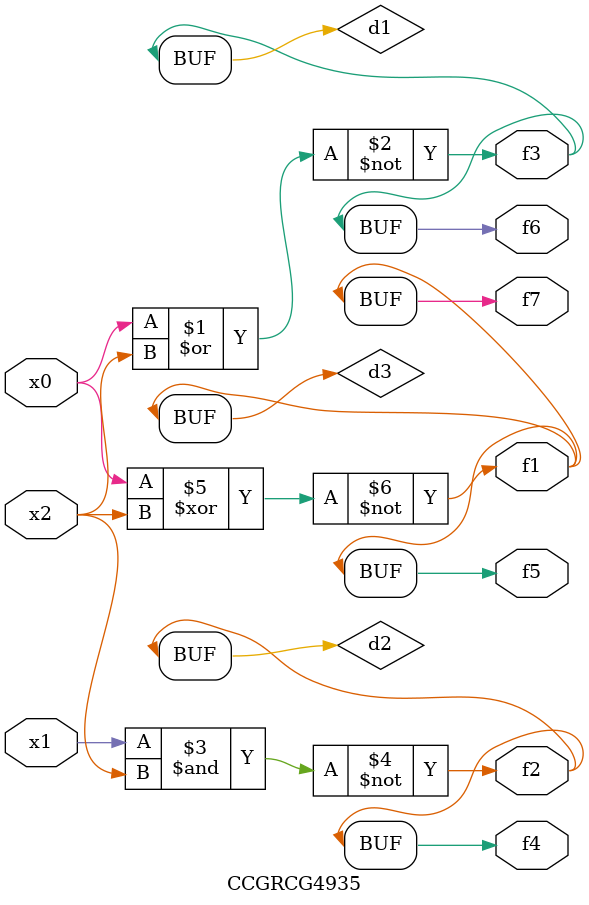
<source format=v>
module CCGRCG4935(
	input x0, x1, x2,
	output f1, f2, f3, f4, f5, f6, f7
);

	wire d1, d2, d3;

	nor (d1, x0, x2);
	nand (d2, x1, x2);
	xnor (d3, x0, x2);
	assign f1 = d3;
	assign f2 = d2;
	assign f3 = d1;
	assign f4 = d2;
	assign f5 = d3;
	assign f6 = d1;
	assign f7 = d3;
endmodule

</source>
